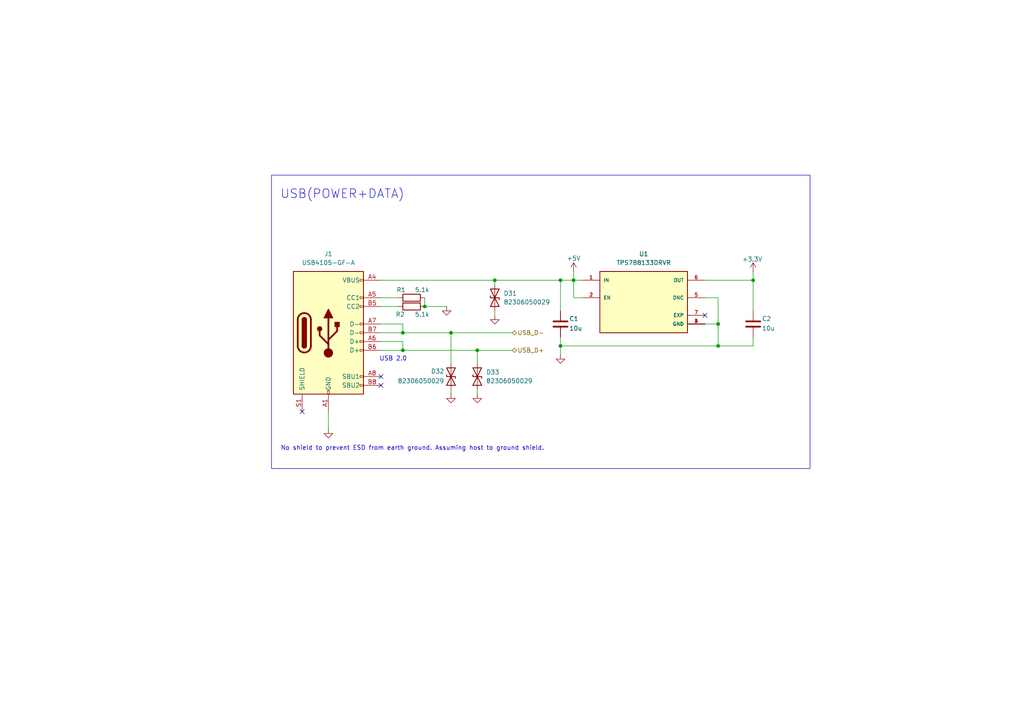
<source format=kicad_sch>
(kicad_sch (version 20231120) (generator "eeschema") (generator_version "8.0")
  (paper "A4")
  (title_block (title "Keyboard based on STM32L0xx") (date "2024-04-28") (rev "0.1") (company "https://github.com/Challmymind"))
  (lib_symbols
    (symbol "Connector:USB_C_Receptacle_USB2.0_16P" (pin_names (offset 1.016))
      (property "Reference" "J1" (at 0 22.86 0))
      (property "Value" "GSB1C211110DS1HR " (at 0 20.32 0))
      (symbol "USB_C_Receptacle_USB2.0_16P_0_0"
        (rectangle (start -0.254 -17.78) (end 0.254 -16.764))
        (rectangle (start 10.16 -14.986) (end 9.144 -15.494))
        (rectangle (start 10.16 -12.446) (end 9.144 -12.954))
        (rectangle (start 10.16 -4.826) (end 9.144 -5.334))
        (rectangle (start 10.16 -2.286) (end 9.144 -2.794))
        (rectangle (start 10.16 0.254) (end 9.144 -0.254))
        (rectangle (start 10.16 2.794) (end 9.144 2.286))
        (rectangle (start 10.16 7.874) (end 9.144 7.366))
        (rectangle (start 10.16 10.414) (end 9.144 9.906))
        (rectangle (start 10.16 15.494) (end 9.144 14.986))
      )
      (symbol "USB_C_Receptacle_USB2.0_16P_0_1"
        (rectangle (start -10.16 17.78) (end 10.16 -17.78) (stroke (width 0.254)) (fill (type background)))
        (arc (start -8.89 -3.81) (mid -6.985 -5.7067) (end -5.08 -3.81) (stroke (width 0.508)))
        (arc (start -7.62 -3.81) (mid -6.985 -4.4423) (end -6.35 -3.81) (stroke (width 0.254)))
        (arc (start -7.62 -3.81) (mid -6.985 -4.4423) (end -6.35 -3.81) (stroke (width 0.254)) (fill (type outline)))
        (rectangle (start -7.62 -3.81) (end -6.35 3.81) (stroke (width 0.254)) (fill (type outline)))
        (arc (start -6.35 3.81) (mid -6.985 4.4423) (end -7.62 3.81) (stroke (width 0.254)))
        (arc (start -6.35 3.81) (mid -6.985 4.4423) (end -7.62 3.81) (stroke (width 0.254)) (fill (type outline)))
        (arc (start -5.08 3.81) (mid -6.985 5.7067) (end -8.89 3.81) (stroke (width 0.508)))
        (circle (center -2.54 1.143) (radius 0.635) (stroke (width 0.254)) (fill (type outline)))
        (circle (center 0 -5.842) (radius 1.27) (fill (type outline)))
        (polyline (pts (xy -8.89 -3.81) (xy -8.89 3.81)) (stroke (width 0.508)))
        (polyline (pts (xy -5.08 3.81) (xy -5.08 -3.81)) (stroke (width 0.508)))
        (polyline (pts (xy 0 -5.842) (xy 0 4.318)) (stroke (width 0.508)))
        (polyline (pts (xy 0 -3.302) (xy -2.54 -0.762) (xy -2.54 0.508)) (stroke (width 0.508)))
        (polyline (pts (xy 0 -2.032) (xy 2.54 0.508) (xy 2.54 1.778)) (stroke (width 0.508)))
        (polyline (pts (xy -1.27 4.318) (xy 0 6.858) (xy 1.27 4.318) (xy -1.27 4.318)) (stroke (width 0.254)) (fill (type outline)))
        (rectangle (start 1.905 1.778) (end 3.175 3.048) (stroke (width 0.254)) (fill (type outline)))
      )
      (symbol "USB_C_Receptacle_USB2.0_16P_1_1"
        (pin passive line (at 0 -22.86 90) (length 5.08) (name "GND") (number "A1"))
        (pin passive line (at 0 -22.86 90) (length 5.08) hide (name "GND") (number "A12"))
        (pin power_out line (at 15.24 15.24 180) (length 5.08) (name "VBUS") (number "A4"))
        (pin bidirectional line (at 15.24 10.16 180) (length 5.08) (name "CC1") (number "A5"))
        (pin bidirectional line (at 15.24 -2.54 180) (length 5.08) (name "D+") (number "A6"))
        (pin bidirectional line (at 15.24 2.54 180) (length 5.08) (name "D-") (number "A7"))
        (pin bidirectional line (at 15.24 -12.7 180) (length 5.08) (name "SBU1") (number "A8"))
        (pin passive line (at 15.24 15.24 180) (length 5.08) hide (name "VBUS") (number "A9"))
        (pin passive line (at 0 -22.86 90) (length 5.08) hide (name "GND") (number "B1"))
        (pin passive line (at 0 -22.86 90) (length 5.08) hide (name "GND") (number "B12"))
        (pin passive line (at 15.24 15.24 180) (length 5.08) hide (name "VBUS") (number "B4"))
        (pin bidirectional line (at 15.24 7.62 180) (length 5.08) (name "CC2") (number "B5"))
        (pin bidirectional line (at 15.24 -5.08 180) (length 5.08) (name "D+") (number "B6"))
        (pin bidirectional line (at 15.24 0 180) (length 5.08) (name "D-") (number "B7"))
        (pin bidirectional line (at 15.24 -15.24 180) (length 5.08) (name "SBU2") (number "B8"))
        (pin passive line (at 15.24 15.24 180) (length 5.08) hide (name "VBUS") (number "B9"))
        (pin passive line (at -7.62 -22.86 90) (length 5.08) (name "SHIELD") (number "S1"))
      )
    )
    (symbol "Device:C" (pin_numbers hide) (pin_names (offset 0.254))
      (property "Reference" "C" (at 0.635 2.54 0))
      (property "Value" "C" (at 0.635 -2.54 0))
      (symbol "C_0_1"
        (polyline (pts (xy -2.032 -0.762) (xy 2.032 -0.762)) (stroke (width 0.508)))
        (polyline (pts (xy -2.032 0.762) (xy 2.032 0.762)) (stroke (width 0.508)))
      )
      (symbol "C_1_1"
        (pin passive line (at 0 3.81 270) (length 2.794) (name "~") (number "1"))
        (pin passive line (at 0 -3.81 90) (length 2.794) (name "~") (number "2"))
      )
    )
    (symbol "Device:D_TVS" (pin_numbers hide) (pin_names (offset 1.016) hide)
      (property "Reference" "D" (at 0 2.54 0))
      (property "Value" "D_TVS" (at 0 -2.54 0))
      (symbol "D_TVS_0_1"
        (polyline (pts (xy 1.27 0) (xy -1.27 0)))
        (polyline (pts (xy 0.508 1.27) (xy 0 1.27) (xy 0 -1.27) (xy -0.508 -1.27)) (stroke (width 0.254)))
        (polyline (pts (xy -2.54 1.27) (xy -2.54 -1.27) (xy 2.54 1.27) (xy 2.54 -1.27) (xy -2.54 1.27)) (stroke (width 0.254)))
      )
      (symbol "D_TVS_1_1"
        (pin passive line (at -3.81 0 0) (length 2.54) (name "A1") (number "1"))
        (pin passive line (at 3.81 0 180) (length 2.54) (name "A2") (number "2"))
      )
    )
    (symbol "Device:R" (pin_numbers hide) (pin_names (offset 0))
      (property "Reference" "R" (at 2.032 0 90))
      (property "Value" "R" (at 0 0 90))
      (symbol "R_0_1"
        (rectangle (start -1.016 -2.54) (end 1.016 2.54) (stroke (width 0.254)))
      )
      (symbol "R_1_1"
        (pin passive line (at 0 3.81 270) (length 1.27) (name "~") (number "1"))
        (pin passive line (at 0 -3.81 90) (length 1.27) (name "~") (number "2"))
      )
    )
    (symbol "TPS7B8133DRVR_1" (pin_names (offset 1.016))
      (property "Reference" "U" (at -12.7 8.62 0))
      (property "Value" "TPS7B8133DRVR" (at -12.7 -12.7 0))
      (symbol "TPS7B8133DRVR_1_0_0"
        (rectangle (start -12.7 -10.16) (end 12.7 7.62) (stroke (width 0.254)) (fill (type background)))
        (pin input line (at -17.78 0 0) (length 5.08) (name "EN") (number "2"))
        (pin power_in line (at 17.78 -7.62 180) (length 5.08) (name "GND") (number "3"))
        (pin power_in line (at 17.78 -7.62 180) (length 5.08) (name "GND") (number "4"))
        (pin passive line (at 17.78 0 180) (length 5.08) (name "DNC") (number "5"))
        (pin power_in line (at 17.78 -5.08 180) (length 5.08) (name "EXP") (number "7"))
      )
      (symbol "TPS7B8133DRVR_1_1_0"
        (pin power_in line (at -17.78 5.08 0) (length 5.08) (name "IN") (number "1"))
        (pin power_out line (at 17.78 5.08 180) (length 5.08) (name "OUT") (number "6"))
      )
    )
    (symbol "power:+3.3V" (power) (pin_numbers hide) (pin_names (offset 0) hide)
      (property "Value" "+3.3V" (at 0 3.556 0))
      (symbol "+3.3V_0_1"
        (polyline (pts (xy -0.762 1.27) (xy 0 2.54)))
        (polyline (pts (xy 0 0) (xy 0 2.54)))
        (polyline (pts (xy 0 2.54) (xy 0.762 1.27)))
      )
      (symbol "+3.3V_1_1"
        (pin power_in line (at 0 0 90) (length 0) (name "~") (number "1"))
      )
    )
    (symbol "power:+5V" (power) (pin_numbers hide) (pin_names (offset 0) hide)
      (property "Value" "+5V" (at 0 3.556 0))
      (symbol "+5V_0_1"
        (polyline (pts (xy -0.762 1.27) (xy 0 2.54)))
        (polyline (pts (xy 0 0) (xy 0 2.54)))
        (polyline (pts (xy 0 2.54) (xy 0.762 1.27)))
      )
      (symbol "+5V_1_1"
        (pin power_in line (at 0 0 90) (length 0) (name "~") (number "1"))
      )
    )
    (symbol "power:GND" (power) (pin_numbers hide) (pin_names (offset 0) hide)
      (property "Value" "GND" (at 0 -3.81 0))
      (symbol "GND_0_1"
        (polyline (pts (xy 0 0) (xy 0 -1.27) (xy 1.27 -1.27) (xy 0 -2.54) (xy -1.27 -1.27) (xy 0 -1.27)))
      )
      (symbol "GND_1_1"
        (pin power_in line (at 0 0 270) (length 0) (name "~") (number "1"))
      )
    )
  )
  (junction (at 130.81 96.52))
  (junction (at 162.56 81.28))
  (junction (at 138.43 101.6))
  (junction (at 218.44 81.28))
  (junction (at 208.28 100.33))
  (junction (at 166.37 81.28))
  (junction (at 162.56 100.33))
  (junction (at 116.84 96.52))
  (junction (at 123.19 88.9))
  (junction (at 143.51 81.28))
  (junction (at 208.28 93.98))
  (junction (at 116.84 101.6))
  (no_connect (at 110.49 109.22))
  (no_connect (at 110.49 111.76))
  (no_connect (at 87.63 119.38))
  (no_connect (at 204.47 91.44))
  (wire (pts (xy 168.91 86.36) (xy 166.37 86.36)))
  (wire (pts (xy 110.49 99.06) (xy 116.84 99.06)))
  (wire (pts (xy 138.43 101.6) (xy 138.43 105.41)))
  (wire (pts (xy 218.44 100.33) (xy 218.44 97.79)))
  (wire (pts (xy 110.49 81.28) (xy 143.51 81.28)))
  (wire (pts (xy 116.84 101.6) (xy 138.43 101.6)))
  (wire (pts (xy 130.81 113.03) (xy 130.81 114.3)))
  (wire (pts (xy 166.37 86.36) (xy 166.37 81.28)))
  (wire (pts (xy 208.28 93.98) (xy 204.47 93.98)))
  (wire (pts (xy 116.84 101.6) (xy 110.49 101.6)))
  (wire (pts (xy 162.56 97.79) (xy 162.56 100.33)))
  (wire (pts (xy 204.47 81.28) (xy 218.44 81.28)))
  (wire (pts (xy 123.19 88.9) (xy 129.54 88.9)))
  (wire (pts (xy 208.28 100.33) (xy 218.44 100.33)))
  (wire (pts (xy 110.49 96.52) (xy 116.84 96.52)))
  (wire (pts (xy 162.56 100.33) (xy 208.28 100.33)))
  (wire (pts (xy 208.28 86.36) (xy 208.28 93.98)))
  (wire (pts (xy 162.56 81.28) (xy 162.56 90.17)))
  (wire (pts (xy 143.51 81.28) (xy 143.51 82.55)))
  (wire (pts (xy 138.43 113.03) (xy 138.43 114.3)))
  (wire (pts (xy 218.44 78.74) (xy 218.44 81.28)))
  (wire (pts (xy 130.81 96.52) (xy 148.59 96.52)))
  (wire (pts (xy 143.51 90.17) (xy 143.51 91.44)))
  (wire (pts (xy 138.43 101.6) (xy 148.59 101.6)))
  (wire (pts (xy 143.51 81.28) (xy 162.56 81.28)))
  (wire (pts (xy 130.81 96.52) (xy 130.81 105.41)))
  (wire (pts (xy 116.84 99.06) (xy 116.84 101.6)))
  (wire (pts (xy 110.49 88.9) (xy 115.57 88.9)))
  (wire (pts (xy 208.28 86.36) (xy 204.47 86.36)))
  (wire (pts (xy 116.84 96.52) (xy 130.81 96.52)))
  (wire (pts (xy 116.84 93.98) (xy 116.84 96.52)))
  (wire (pts (xy 123.19 86.36) (xy 123.19 88.9)))
  (wire (pts (xy 110.49 93.98) (xy 116.84 93.98)))
  (wire (pts (xy 166.37 81.28) (xy 168.91 81.28)))
  (wire (pts (xy 162.56 100.33) (xy 162.56 102.87)))
  (wire (pts (xy 110.49 86.36) (xy 115.57 86.36)))
  (wire (pts (xy 208.28 93.98) (xy 208.28 100.33)))
  (wire (pts (xy 218.44 90.17) (xy 218.44 81.28)))
  (wire (pts (xy 166.37 78.74) (xy 166.37 81.28)))
  (wire (pts (xy 162.56 81.28) (xy 166.37 81.28)))
  (wire (pts (xy 95.25 119.38) (xy 95.25 124.46)))
  (rectangle (start 78.74 50.8) (end 234.95 135.89))
  (text "USB(POWER+DATA)" (at 99.314 56.388 0) (effects (font (size 2.54 2.54))))
  (text "USB 2.0" (at 114.046 104.14 0) (effects (font (size 1.27 1.27))))
  (text "No shield to prevent ESD from earth ground. Assuming host to ground shield." (at 119.634 130.048 0) (effects (font (size 1.27 1.27))))
  (hierarchical_label "USB_D+" (shape bidirectional) (at 148.59 101.6 0))
  (hierarchical_label "USB_D-" (shape bidirectional) (at 148.59 96.52 0))
  (symbol (lib_id "Device:C") (at 162.56 93.98 0) (unit 1)
    (property "Reference" "C1" (at 165.1 92.456 0) (effects (justify left)))
    (property "Value" "10u" (at 165.1 95.25 0) (effects (justify left)))
    (property "Footprint" "Capacitor_SMD:C_0603_1608Metric" (effects (hide yes)))
    (property "Datasheet" "MEASJ105CB5106MF1A01" (effects (hide yes)))
    (property "Description" "Unpolarized capacitor" (effects (hide yes)))
  )
  (symbol (lib_id "power:GND") (at 95.25 124.46 0) (unit 1)
    (property "Reference" "#PWR0115" (effects (hide yes)))
    (property "Value" "GND" (effects (hide yes)))
    (property "Description" "Power symbol creates a global label with name \"GND\" , ground" (effects (hide yes)))
  )
  (symbol (lib_id "power:GND") (at 138.43 114.3 0) (unit 1)
    (property "Reference" "#PWR04" (effects (hide yes)))
    (property "Value" "GND" (effects (hide yes)))
    (property "Description" "Power symbol creates a global label with name \"GND\" , ground" (effects (hide yes)))
  )
  (symbol (lib_name "TPS7B8133DRVR_1") (lib_id "TPS7B8133DRVR:TPS7B8133DRVR") (at 186.69 86.36 0) (unit 1)
    (property "Reference" "U1" (at 186.69 73.66 0))
    (property "Value" "TPS7B8133DRVR" (at 186.69 76.2 0))
    (property "Footprint" "TPS7B8133DRVR:SON65P200X200X80-7N" (effects (hide yes)))
    (property "MF" "Texas Instruments" (effects (hide yes)))
    (property "MAXIMUM_PACKAGE_HEIGHT" "0.8 mm" (effects (hide yes)))
    (property "Package" "WSON-6 Texas Instruments" (effects (hide yes)))
    (property "Price" "None" (effects (hide yes)))
    (property "Check_prices" "https://www.snapeda.com/parts/TPS7B8133DRVR/Texas+Instruments/view-part/?ref=eda" (effects (hide yes)))
    (property "STANDARD" "IPC 7351B" (effects (hide yes)))
    (property "PARTREV" "April 2020" (effects (hide yes)))
    (property "SnapEDA_Link" "https://www.snapeda.com/parts/TPS7B8133DRVR/Texas+Instruments/view-part/?ref=snap" (effects (hide yes)))
    (property "MP" "TPS7B8133DRVR" (effects (hide yes)))
    (property "Description_1" "\n150-mA, off-battery (40-V), ultra-low-IQ, low-dropout (LDO) voltage regulator with enable\n" (effects (hide yes)))
    (property "Availability" "In Stock" (effects (hide yes)))
    (property "MANUFACTURER" "Texas Instruments" (effects (hide yes)))
  )
  (symbol (lib_id "Device:C") (at 218.44 93.98 0) (unit 1)
    (property "Reference" "C2" (at 220.98 92.456 0) (effects (justify left)))
    (property "Value" "10u" (at 220.98 95.25 0) (effects (justify left)))
    (property "Footprint" "Capacitor_SMD:C_0603_1608Metric" (effects (hide yes)))
    (property "Datasheet" "MEASJ105CB5106MF1A01" (effects (hide yes)))
    (property "Description" "Unpolarized capacitor" (effects (hide yes)))
  )
  (symbol (lib_id "power:GND") (at 129.54 88.9 0) (unit 1)
    (property "Reference" "#PWR0117" (effects (hide yes)))
    (property "Value" "GND" (effects (hide yes)))
    (property "Description" "Power symbol creates a global label with name \"GND\" , ground" (effects (hide yes)))
  )
  (symbol (lib_id "Device:R") (at 119.38 88.9 90) (unit 1)
    (property "Reference" "R2" (at 116.078 91.186 90))
    (property "Value" "5.1k" (at 122.428 91.186 90))
    (property "Footprint" "Resistor_SMD:R_0603_1608Metric" (effects (hide yes)))
    (property "Datasheet" " 560112120019 " (effects (hide yes)))
    (property "Description" "Resistor" (effects (hide yes)))
  )
  (symbol (lib_id "power:GND") (at 143.51 91.44 0) (unit 1)
    (property "Reference" "#PWR02" (effects (hide yes)))
    (property "Value" "GND" (effects (hide yes)))
    (property "Description" "Power symbol creates a global label with name \"GND\" , ground" (effects (hide yes)))
  )
  (symbol (lib_id "Device:R") (at 119.38 86.36 90) (unit 1)
    (property "Reference" "R1" (at 116.332 84.074 90))
    (property "Value" "5.1k" (at 122.428 84.074 90))
    (property "Footprint" "Resistor_SMD:R_0603_1608Metric" (effects (hide yes)))
    (property "Datasheet" " 560112120019 " (effects (hide yes)))
    (property "Description" "Resistor" (effects (hide yes)))
  )
  (symbol (lib_id "Device:D_TVS") (at 130.81 109.22 90) (unit 1)
    (property "Reference" "D32" (at 124.968 107.696 90) (effects (justify right)))
    (property "Value" "82306050029" (at 115.316 110.49 90) (effects (justify right)))
    (property "Footprint" "Diode_SMD:D_0603_1608Metric" (effects (hide yes)))
    (property "Datasheet" "https://www.we-online.com/components/products/datasheet/82306050029.pdf" (effects (hide yes)))
    (property "Description" "Bidirectional transient-voltage-suppression diode" (effects (hide yes)))
  )
  (symbol (lib_id "power:+3.3V") (at 218.44 78.74 0) (unit 1)
    (property "Reference" "#PWR0119" (effects (hide yes)))
    (property "Value" "+3.3V" (at 218.186 75.184 0))
    (property "Description" "Power symbol creates a global label with name \"+3.3V\"" (effects (hide yes)))
  )
  (symbol (lib_id "power:GND") (at 162.56 102.87 0) (unit 1)
    (property "Reference" "#PWR0118" (effects (hide yes)))
    (property "Value" "GND" (effects (hide yes)))
    (property "Description" "Power symbol creates a global label with name \"GND\" , ground" (effects (hide yes)))
  )
  (symbol (lib_id "Device:D_TVS") (at 138.43 109.22 90) (unit 1)
    (property "Reference" "D33" (at 140.97 107.9499 90) (effects (justify right)))
    (property "Value" "82306050029" (at 140.97 110.4899 90) (effects (justify right)))
    (property "Footprint" "Diode_SMD:D_0603_1608Metric" (effects (hide yes)))
    (property "Datasheet" "https://www.we-online.com/components/products/datasheet/82306050029.pdf" (effects (hide yes)))
    (property "Description" "Bidirectional transient-voltage-suppression diode" (effects (hide yes)))
  )
  (symbol (lib_id "Device:D_TVS") (at 143.51 86.36 90) (unit 1)
    (property "Reference" "D31" (at 146.05 85.0899 90) (effects (justify right)))
    (property "Value" "82306050029" (at 146.05 87.6299 90) (effects (justify right)))
    (property "Footprint" "Diode_SMD:D_0603_1608Metric" (effects (hide yes)))
    (property "Datasheet" "https://www.we-online.com/components/products/datasheet/82306050029.pdf" (effects (hide yes)))
    (property "Description" "Bidirectional transient-voltage-suppression diode" (effects (hide yes)))
  )
  (symbol (lib_id "power:+5V") (at 166.37 78.74 0) (unit 1)
    (property "Reference" "#PWR0116" (effects (hide yes)))
    (property "Value" "+5V" (at 166.37 74.93 0))
    (property "Description" "Power symbol creates a global label with name \"+5V\"" (effects (hide yes)))
  )
  (symbol (lib_id "Connector:USB_C_Receptacle_USB2.0_16P") (at 95.25 96.52 0) (unit 1)
    (property "Reference" "J1" (at 95.25 73.66 0))
    (property "Value" "USB4105-GF-A" (at 95.25 76.2 0))
    (property "Footprint" "Connector_USB:USB_C_Receptacle_GCT_USB4105-xx-A_16P_TopMnt_Horizontal" (effects (hide yes)))
    (property "Datasheet" "https://www.usb.org/sites/default/files/documents/usb_type-c.zip" (effects (hide yes)))
  )
  (symbol (lib_id "power:GND") (at 130.81 114.3 0) (unit 1)
    (property "Reference" "#PWR03" (effects (hide yes)))
    (property "Value" "GND" (effects (hide yes)))
    (property "Description" "Power symbol creates a global label with name \"GND\" , ground" (effects (hide yes)))
  )
)
</source>
